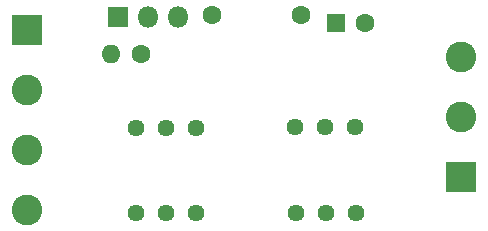
<source format=gbr>
%TF.GenerationSoftware,KiCad,Pcbnew,(6.0.0)*%
%TF.CreationDate,2022-02-19T20:02:02-08:00*%
%TF.ProjectId,P82B715-I2C-Bus-Extender-Carrier,50383242-3731-4352-9d49-32432d427573,rev?*%
%TF.SameCoordinates,Original*%
%TF.FileFunction,Soldermask,Top*%
%TF.FilePolarity,Negative*%
%FSLAX46Y46*%
G04 Gerber Fmt 4.6, Leading zero omitted, Abs format (unit mm)*
G04 Created by KiCad (PCBNEW (6.0.0)) date 2022-02-19 20:02:02*
%MOMM*%
%LPD*%
G01*
G04 APERTURE LIST*
%ADD10C,1.600000*%
%ADD11O,1.600000X1.600000*%
%ADD12R,2.600000X2.600000*%
%ADD13C,2.600000*%
%ADD14R,1.600000X1.600000*%
%ADD15R,1.800000X1.800000*%
%ADD16O,1.800000X1.800000*%
%ADD17C,1.440000*%
G04 APERTURE END LIST*
D10*
%TO.C,R1*%
X121959428Y-83348321D03*
D11*
X119419428Y-83348321D03*
%TD*%
D12*
%TO.C,J1*%
X149069653Y-93820410D03*
D13*
X149069653Y-88740410D03*
X149069653Y-83660410D03*
%TD*%
D14*
%TO.C,C2*%
X138443938Y-80737758D03*
D10*
X140943938Y-80737758D03*
%TD*%
D15*
%TO.C,Q1*%
X120034884Y-80268431D03*
D16*
X122574884Y-80268431D03*
X125114884Y-80268431D03*
%TD*%
D12*
%TO.C,J2*%
X112317771Y-81349945D03*
D13*
X112317771Y-86429945D03*
X112317771Y-91509945D03*
X112317771Y-96589945D03*
%TD*%
D17*
%TO.C,RV3*%
X140188756Y-96818596D03*
X137648756Y-96818596D03*
X135108756Y-96818596D03*
%TD*%
%TO.C,RV2*%
X126591727Y-89608435D03*
X124051727Y-89608435D03*
X121511727Y-89608435D03*
%TD*%
D10*
%TO.C,C1*%
X128018666Y-80081059D03*
X135518666Y-80081059D03*
%TD*%
D17*
%TO.C,RV1*%
X126601072Y-96850329D03*
X124061072Y-96850329D03*
X121521072Y-96850329D03*
%TD*%
%TO.C,RV4*%
X140121931Y-89539156D03*
X137581931Y-89539156D03*
X135041931Y-89539156D03*
%TD*%
M02*

</source>
